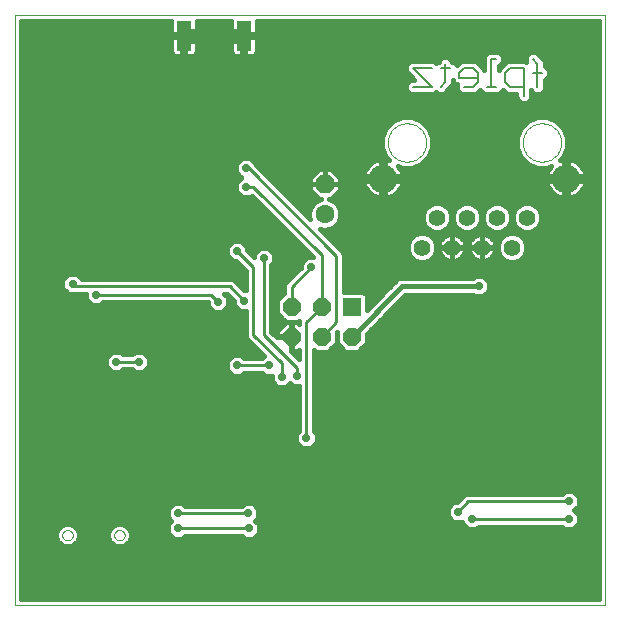
<source format=gbl>
G75*
G70*
%OFA0B0*%
%FSLAX24Y24*%
%IPPOS*%
%LPD*%
%AMOC8*
5,1,8,0,0,1.08239X$1,22.5*
%
%ADD10C,0.0000*%
%ADD11C,0.0080*%
%ADD12R,0.0600X0.0600*%
%ADD13OC8,0.0600*%
%ADD14R,0.0500X0.1000*%
%ADD15OC8,0.0630*%
%ADD16C,0.0630*%
%ADD17C,0.0554*%
%ADD18C,0.0945*%
%ADD19C,0.0160*%
%ADD20OC8,0.0356*%
%ADD21OC8,0.0277*%
%ADD22C,0.0500*%
%ADD23C,0.0100*%
D10*
X000877Y000978D02*
X000877Y020663D01*
X020562Y020663D01*
X020562Y000978D01*
X000877Y000978D01*
X002456Y003313D02*
X002458Y003339D01*
X002464Y003365D01*
X002474Y003390D01*
X002487Y003413D01*
X002503Y003433D01*
X002523Y003451D01*
X002545Y003466D01*
X002568Y003478D01*
X002594Y003486D01*
X002620Y003490D01*
X002646Y003490D01*
X002672Y003486D01*
X002698Y003478D01*
X002722Y003466D01*
X002743Y003451D01*
X002763Y003433D01*
X002779Y003413D01*
X002792Y003390D01*
X002802Y003365D01*
X002808Y003339D01*
X002810Y003313D01*
X002808Y003287D01*
X002802Y003261D01*
X002792Y003236D01*
X002779Y003213D01*
X002763Y003193D01*
X002743Y003175D01*
X002721Y003160D01*
X002698Y003148D01*
X002672Y003140D01*
X002646Y003136D01*
X002620Y003136D01*
X002594Y003140D01*
X002568Y003148D01*
X002544Y003160D01*
X002523Y003175D01*
X002503Y003193D01*
X002487Y003213D01*
X002474Y003236D01*
X002464Y003261D01*
X002458Y003287D01*
X002456Y003313D01*
X004188Y003313D02*
X004190Y003339D01*
X004196Y003365D01*
X004206Y003390D01*
X004219Y003413D01*
X004235Y003433D01*
X004255Y003451D01*
X004277Y003466D01*
X004300Y003478D01*
X004326Y003486D01*
X004352Y003490D01*
X004378Y003490D01*
X004404Y003486D01*
X004430Y003478D01*
X004454Y003466D01*
X004475Y003451D01*
X004495Y003433D01*
X004511Y003413D01*
X004524Y003390D01*
X004534Y003365D01*
X004540Y003339D01*
X004542Y003313D01*
X004540Y003287D01*
X004534Y003261D01*
X004524Y003236D01*
X004511Y003213D01*
X004495Y003193D01*
X004475Y003175D01*
X004453Y003160D01*
X004430Y003148D01*
X004404Y003140D01*
X004378Y003136D01*
X004352Y003136D01*
X004326Y003140D01*
X004300Y003148D01*
X004276Y003160D01*
X004255Y003175D01*
X004235Y003193D01*
X004219Y003213D01*
X004206Y003236D01*
X004196Y003261D01*
X004190Y003287D01*
X004188Y003313D01*
X013310Y016402D02*
X013312Y016452D01*
X013318Y016502D01*
X013328Y016551D01*
X013341Y016600D01*
X013359Y016647D01*
X013380Y016693D01*
X013404Y016736D01*
X013432Y016778D01*
X013463Y016818D01*
X013497Y016855D01*
X013534Y016889D01*
X013574Y016920D01*
X013616Y016948D01*
X013659Y016972D01*
X013705Y016993D01*
X013752Y017011D01*
X013801Y017024D01*
X013850Y017034D01*
X013900Y017040D01*
X013950Y017042D01*
X014000Y017040D01*
X014050Y017034D01*
X014099Y017024D01*
X014148Y017011D01*
X014195Y016993D01*
X014241Y016972D01*
X014284Y016948D01*
X014326Y016920D01*
X014366Y016889D01*
X014403Y016855D01*
X014437Y016818D01*
X014468Y016778D01*
X014496Y016736D01*
X014520Y016693D01*
X014541Y016647D01*
X014559Y016600D01*
X014572Y016551D01*
X014582Y016502D01*
X014588Y016452D01*
X014590Y016402D01*
X014588Y016352D01*
X014582Y016302D01*
X014572Y016253D01*
X014559Y016204D01*
X014541Y016157D01*
X014520Y016111D01*
X014496Y016068D01*
X014468Y016026D01*
X014437Y015986D01*
X014403Y015949D01*
X014366Y015915D01*
X014326Y015884D01*
X014284Y015856D01*
X014241Y015832D01*
X014195Y015811D01*
X014148Y015793D01*
X014099Y015780D01*
X014050Y015770D01*
X014000Y015764D01*
X013950Y015762D01*
X013900Y015764D01*
X013850Y015770D01*
X013801Y015780D01*
X013752Y015793D01*
X013705Y015811D01*
X013659Y015832D01*
X013616Y015856D01*
X013574Y015884D01*
X013534Y015915D01*
X013497Y015949D01*
X013463Y015986D01*
X013432Y016026D01*
X013404Y016068D01*
X013380Y016111D01*
X013359Y016157D01*
X013341Y016204D01*
X013328Y016253D01*
X013318Y016302D01*
X013312Y016352D01*
X013310Y016402D01*
X017810Y016402D02*
X017812Y016452D01*
X017818Y016502D01*
X017828Y016551D01*
X017841Y016600D01*
X017859Y016647D01*
X017880Y016693D01*
X017904Y016736D01*
X017932Y016778D01*
X017963Y016818D01*
X017997Y016855D01*
X018034Y016889D01*
X018074Y016920D01*
X018116Y016948D01*
X018159Y016972D01*
X018205Y016993D01*
X018252Y017011D01*
X018301Y017024D01*
X018350Y017034D01*
X018400Y017040D01*
X018450Y017042D01*
X018500Y017040D01*
X018550Y017034D01*
X018599Y017024D01*
X018648Y017011D01*
X018695Y016993D01*
X018741Y016972D01*
X018784Y016948D01*
X018826Y016920D01*
X018866Y016889D01*
X018903Y016855D01*
X018937Y016818D01*
X018968Y016778D01*
X018996Y016736D01*
X019020Y016693D01*
X019041Y016647D01*
X019059Y016600D01*
X019072Y016551D01*
X019082Y016502D01*
X019088Y016452D01*
X019090Y016402D01*
X019088Y016352D01*
X019082Y016302D01*
X019072Y016253D01*
X019059Y016204D01*
X019041Y016157D01*
X019020Y016111D01*
X018996Y016068D01*
X018968Y016026D01*
X018937Y015986D01*
X018903Y015949D01*
X018866Y015915D01*
X018826Y015884D01*
X018784Y015856D01*
X018741Y015832D01*
X018695Y015811D01*
X018648Y015793D01*
X018599Y015780D01*
X018550Y015770D01*
X018500Y015764D01*
X018450Y015762D01*
X018400Y015764D01*
X018350Y015770D01*
X018301Y015780D01*
X018252Y015793D01*
X018205Y015811D01*
X018159Y015832D01*
X018116Y015856D01*
X018074Y015884D01*
X018034Y015915D01*
X017997Y015949D01*
X017963Y015986D01*
X017932Y016026D01*
X017904Y016068D01*
X017880Y016111D01*
X017859Y016157D01*
X017841Y016204D01*
X017828Y016253D01*
X017818Y016302D01*
X017812Y016352D01*
X017810Y016402D01*
D11*
X017840Y017953D02*
X017840Y018874D01*
X017380Y018874D01*
X017226Y018720D01*
X017226Y018413D01*
X017380Y018260D01*
X017840Y018260D01*
X018300Y018260D02*
X018300Y019027D01*
X018147Y019181D01*
X018147Y018720D02*
X018454Y018720D01*
X016919Y018260D02*
X016612Y018260D01*
X016766Y018260D02*
X016766Y019181D01*
X016919Y019181D01*
X016305Y018720D02*
X016152Y018874D01*
X015845Y018874D01*
X015692Y018720D01*
X015692Y018567D01*
X016305Y018567D01*
X016305Y018720D02*
X016305Y018413D01*
X016152Y018260D01*
X015845Y018260D01*
X015231Y018413D02*
X015078Y018260D01*
X015231Y018413D02*
X015231Y019027D01*
X015078Y018874D02*
X015385Y018874D01*
X014771Y018874D02*
X014157Y018874D01*
X014771Y018260D01*
X014157Y018260D01*
D12*
X012105Y010929D03*
D13*
X011105Y010929D03*
X010105Y010929D03*
X010105Y009929D03*
X011105Y009929D03*
X012105Y009929D03*
D14*
X008510Y019963D03*
X006510Y019963D03*
D15*
X011212Y015011D03*
D16*
X011212Y014011D03*
D17*
X014450Y012902D03*
X015450Y012902D03*
X016450Y012902D03*
X017450Y012902D03*
X016950Y013902D03*
X017950Y013902D03*
X015950Y013902D03*
X014950Y013902D03*
D18*
X013151Y015202D03*
X019250Y015202D03*
D19*
X019327Y015247D02*
X020362Y015247D01*
X020362Y015405D02*
X019871Y015405D01*
X019869Y015412D02*
X019836Y015491D01*
X019793Y015565D01*
X019741Y015633D01*
X019681Y015693D01*
X019613Y015745D01*
X019539Y015788D01*
X019460Y015821D01*
X019377Y015843D01*
X019327Y015849D01*
X019327Y015279D01*
X019172Y015279D01*
X019172Y015124D01*
X018602Y015124D01*
X018608Y015074D01*
X018631Y014991D01*
X018663Y014912D01*
X018706Y014838D01*
X018758Y014771D01*
X013643Y014771D01*
X013695Y014838D01*
X013738Y014912D01*
X013770Y014991D01*
X013792Y015074D01*
X013799Y015124D01*
X013229Y015124D01*
X013229Y015279D01*
X013799Y015279D01*
X013792Y015329D01*
X013770Y015412D01*
X013738Y015491D01*
X013695Y015565D01*
X013656Y015615D01*
X013783Y015563D01*
X014118Y015563D01*
X014426Y015691D01*
X014662Y015927D01*
X014790Y016235D01*
X014790Y016569D01*
X014662Y016878D01*
X014426Y017114D01*
X014118Y017242D01*
X013783Y017242D01*
X013475Y017114D01*
X013239Y016878D01*
X013111Y016569D01*
X013111Y016235D01*
X013239Y015927D01*
X013338Y015827D01*
X013279Y015843D01*
X013229Y015849D01*
X013229Y015279D01*
X013074Y015279D01*
X013074Y015849D01*
X013024Y015843D01*
X012941Y015821D01*
X012862Y015788D01*
X012788Y015745D01*
X012720Y015693D01*
X012660Y015633D01*
X012608Y015565D01*
X012565Y015491D01*
X012532Y015412D01*
X012510Y015329D01*
X012503Y015279D01*
X013074Y015279D01*
X013074Y015124D01*
X013229Y015124D01*
X013229Y014554D01*
X013279Y014560D01*
X013361Y014583D01*
X013440Y014615D01*
X013514Y014658D01*
X013582Y014710D01*
X013643Y014771D01*
X013745Y014929D02*
X018656Y014929D01*
X018607Y015088D02*
X013794Y015088D01*
X013772Y015405D02*
X018629Y015405D01*
X018631Y015412D02*
X018608Y015329D01*
X018602Y015279D01*
X019172Y015279D01*
X019172Y015849D01*
X019122Y015843D01*
X019062Y015827D01*
X019162Y015927D01*
X019290Y016235D01*
X019290Y016569D01*
X019162Y016878D01*
X018926Y017114D01*
X018618Y017242D01*
X018283Y017242D01*
X017975Y017114D01*
X017739Y016878D01*
X017611Y016569D01*
X017611Y016235D01*
X017739Y015927D01*
X017975Y015691D01*
X018283Y015563D01*
X018618Y015563D01*
X018745Y015615D01*
X018706Y015565D01*
X018663Y015491D01*
X018631Y015412D01*
X018620Y015564D02*
X018705Y015564D01*
X018281Y015564D02*
X014120Y015564D01*
X014458Y015722D02*
X017943Y015722D01*
X017785Y015881D02*
X014616Y015881D01*
X014709Y016039D02*
X017692Y016039D01*
X017626Y016198D02*
X014775Y016198D01*
X014790Y016356D02*
X017611Y016356D01*
X017611Y016515D02*
X014790Y016515D01*
X014747Y016673D02*
X017654Y016673D01*
X017719Y016832D02*
X014681Y016832D01*
X014550Y016991D02*
X017851Y016991D01*
X018059Y017149D02*
X014342Y017149D01*
X013559Y017149D02*
X001077Y017149D01*
X001077Y016991D02*
X013351Y016991D01*
X013219Y016832D02*
X001077Y016832D01*
X001077Y016673D02*
X013154Y016673D01*
X013111Y016515D02*
X001077Y016515D01*
X001077Y016356D02*
X013111Y016356D01*
X013126Y016198D02*
X001077Y016198D01*
X001077Y016039D02*
X013192Y016039D01*
X013285Y015881D02*
X008736Y015881D01*
X008734Y015883D02*
X008453Y015883D01*
X008255Y015685D01*
X008255Y015404D01*
X008429Y015230D01*
X008255Y015055D01*
X008255Y014774D01*
X008453Y014576D01*
X008734Y014576D01*
X008774Y014616D01*
X010815Y012576D01*
X010618Y012576D01*
X010420Y012378D01*
X010420Y012252D01*
X009893Y011726D01*
X009855Y011634D01*
X009855Y011534D01*
X009855Y011386D01*
X009605Y011136D01*
X009605Y010722D01*
X009898Y010429D01*
X010312Y010429D01*
X010351Y010468D01*
X010351Y010362D01*
X010304Y010409D01*
X010125Y010409D01*
X010125Y009949D01*
X010085Y009949D01*
X010085Y009909D01*
X009625Y009909D01*
X009625Y009905D01*
X009434Y010097D01*
X009434Y012323D01*
X009523Y012412D01*
X009523Y012693D01*
X009324Y012891D01*
X009044Y012891D01*
X008845Y012693D01*
X008845Y012575D01*
X008617Y012803D01*
X008617Y012929D01*
X008419Y013127D01*
X008138Y013127D01*
X007940Y012929D01*
X007940Y012648D01*
X008138Y012450D01*
X008264Y012450D01*
X008580Y012134D01*
X008580Y011474D01*
X008529Y011474D01*
X008184Y011819D01*
X008092Y011858D01*
X007992Y011858D01*
X003114Y011858D01*
X002946Y012025D01*
X002666Y012025D01*
X002467Y011827D01*
X002467Y011546D01*
X002666Y011348D01*
X002946Y011348D01*
X002956Y011358D01*
X003255Y011358D01*
X003255Y011192D01*
X003453Y010993D01*
X003734Y010993D01*
X003822Y011082D01*
X007309Y011082D01*
X007310Y011081D01*
X007310Y010955D01*
X007508Y010757D01*
X007789Y010757D01*
X007987Y010955D01*
X007987Y011236D01*
X007866Y011358D01*
X007939Y011358D01*
X008176Y011120D01*
X008176Y010995D01*
X008374Y010796D01*
X008580Y010796D01*
X008580Y010043D01*
X008580Y009944D01*
X008618Y009852D01*
X009181Y009288D01*
X009112Y009220D01*
X008507Y009220D01*
X008419Y009308D01*
X008138Y009308D01*
X007940Y009110D01*
X007940Y008829D01*
X008138Y008631D01*
X008419Y008631D01*
X008507Y008720D01*
X009112Y008720D01*
X009201Y008631D01*
X009436Y008631D01*
X009436Y008436D01*
X009634Y008237D01*
X009915Y008237D01*
X010050Y008373D01*
X010146Y008277D01*
X010351Y008277D01*
X010351Y006797D01*
X010263Y006708D01*
X010263Y006428D01*
X010461Y006229D01*
X010742Y006229D01*
X010940Y006428D01*
X010940Y006708D01*
X010851Y006797D01*
X010851Y009476D01*
X010898Y009429D01*
X011312Y009429D01*
X011605Y009722D01*
X011605Y010076D01*
X011605Y009722D01*
X011898Y009429D01*
X012312Y009429D01*
X012605Y009722D01*
X012605Y010033D01*
X013900Y011328D01*
X016150Y011328D01*
X016209Y011269D01*
X016490Y011269D01*
X016688Y011467D01*
X016688Y011748D01*
X016490Y011946D01*
X016209Y011946D01*
X016150Y011888D01*
X013839Y011888D01*
X013728Y011888D01*
X013625Y011845D01*
X012605Y010825D01*
X012605Y011312D01*
X012488Y011429D01*
X011835Y011429D01*
X011835Y012581D01*
X011835Y012681D01*
X011797Y012773D01*
X011050Y013521D01*
X011109Y013496D01*
X011314Y013496D01*
X011503Y013574D01*
X011648Y013719D01*
X011727Y013908D01*
X011727Y014113D01*
X011648Y014303D01*
X011503Y014447D01*
X011338Y014516D01*
X011417Y014516D01*
X011707Y014806D01*
X011707Y015011D01*
X011707Y015216D01*
X011417Y015506D01*
X011212Y015506D01*
X011212Y015011D01*
X011707Y015011D01*
X011212Y015011D01*
X011212Y015011D01*
X011211Y015011D01*
X011211Y015011D01*
X010717Y015011D01*
X010717Y015216D01*
X011007Y015506D01*
X011211Y015506D01*
X011211Y015011D01*
X010717Y015011D01*
X010717Y014806D01*
X011007Y014516D01*
X011085Y014516D01*
X010920Y014447D01*
X010775Y014303D01*
X010697Y014113D01*
X010697Y013908D01*
X010721Y013849D01*
X008932Y015638D01*
X008932Y015685D01*
X008734Y015883D01*
X008895Y015722D02*
X012758Y015722D01*
X012607Y015564D02*
X009007Y015564D01*
X009165Y015405D02*
X010906Y015405D01*
X010747Y015247D02*
X009324Y015247D01*
X009482Y015088D02*
X010717Y015088D01*
X010717Y014929D02*
X009641Y014929D01*
X009799Y014771D02*
X010752Y014771D01*
X010910Y014612D02*
X009958Y014612D01*
X010116Y014454D02*
X010935Y014454D01*
X010772Y014295D02*
X010275Y014295D01*
X010433Y014137D02*
X010706Y014137D01*
X010697Y013978D02*
X010592Y013978D01*
X011068Y013503D02*
X011093Y013503D01*
X011226Y013344D02*
X014270Y013344D01*
X014356Y013380D02*
X014180Y013307D01*
X014046Y013173D01*
X013973Y012997D01*
X013973Y012807D01*
X014046Y012632D01*
X014180Y012498D01*
X014356Y012425D01*
X014545Y012425D01*
X014721Y012498D01*
X014855Y012632D01*
X014928Y012807D01*
X014928Y012997D01*
X014855Y013173D01*
X014721Y013307D01*
X014545Y013380D01*
X014356Y013380D01*
X014631Y013344D02*
X015330Y013344D01*
X015343Y013348D02*
X015275Y013326D01*
X015211Y013293D01*
X015153Y013251D01*
X015102Y013200D01*
X015059Y013142D01*
X015027Y013078D01*
X015005Y013009D01*
X014993Y012938D01*
X014993Y012911D01*
X015442Y012911D01*
X015442Y013360D01*
X015414Y013360D01*
X015343Y013348D01*
X015442Y013344D02*
X015459Y013344D01*
X015459Y013360D02*
X015486Y013360D01*
X015558Y013348D01*
X015626Y013326D01*
X015690Y013293D01*
X015748Y013251D01*
X015799Y013200D01*
X015841Y013142D01*
X015874Y013078D01*
X015896Y013009D01*
X015908Y012938D01*
X015908Y012911D01*
X015459Y012911D01*
X015459Y012894D01*
X015908Y012894D01*
X015908Y012866D01*
X015896Y012795D01*
X015874Y012727D01*
X015841Y012663D01*
X015799Y012605D01*
X015748Y012554D01*
X015690Y012511D01*
X015626Y012479D01*
X015558Y012457D01*
X015486Y012445D01*
X015459Y012445D01*
X015459Y012894D01*
X015442Y012894D01*
X014993Y012894D01*
X014993Y012866D01*
X015005Y012795D01*
X015027Y012727D01*
X015059Y012663D01*
X015102Y012605D01*
X015153Y012554D01*
X015211Y012511D01*
X015275Y012479D01*
X015343Y012457D01*
X015414Y012445D01*
X015442Y012445D01*
X015442Y012894D01*
X015442Y012911D01*
X015459Y012911D01*
X015459Y013360D01*
X015571Y013344D02*
X016330Y013344D01*
X016343Y013348D02*
X016275Y013326D01*
X016211Y013293D01*
X016153Y013251D01*
X016102Y013200D01*
X016059Y013142D01*
X016027Y013078D01*
X016005Y013009D01*
X015993Y012938D01*
X015993Y012911D01*
X016442Y012911D01*
X016442Y013360D01*
X016414Y013360D01*
X016343Y013348D01*
X016442Y013344D02*
X016459Y013344D01*
X016459Y013360D02*
X016486Y013360D01*
X016558Y013348D01*
X016626Y013326D01*
X016690Y013293D01*
X016748Y013251D01*
X016799Y013200D01*
X016841Y013142D01*
X016874Y013078D01*
X016896Y013009D01*
X016908Y012938D01*
X016908Y012911D01*
X016459Y012911D01*
X016459Y012894D01*
X016908Y012894D01*
X016908Y012866D01*
X016896Y012795D01*
X016874Y012727D01*
X016841Y012663D01*
X016799Y012605D01*
X016748Y012554D01*
X016690Y012511D01*
X016626Y012479D01*
X016558Y012457D01*
X016486Y012445D01*
X016459Y012445D01*
X016459Y012894D01*
X016442Y012894D01*
X015993Y012894D01*
X015993Y012866D01*
X016005Y012795D01*
X016027Y012727D01*
X016059Y012663D01*
X016102Y012605D01*
X016153Y012554D01*
X016211Y012511D01*
X016275Y012479D01*
X016343Y012457D01*
X016414Y012445D01*
X016442Y012445D01*
X016442Y012894D01*
X016442Y012911D01*
X016459Y012911D01*
X016459Y013360D01*
X016571Y013344D02*
X017270Y013344D01*
X017356Y013380D02*
X017180Y013307D01*
X017046Y013173D01*
X016973Y012997D01*
X016973Y012807D01*
X017046Y012632D01*
X017180Y012498D01*
X017356Y012425D01*
X017545Y012425D01*
X017721Y012498D01*
X017855Y012632D01*
X017928Y012807D01*
X017928Y012997D01*
X017855Y013173D01*
X017721Y013307D01*
X017545Y013380D01*
X017356Y013380D01*
X017225Y013503D02*
X017676Y013503D01*
X017680Y013498D02*
X017856Y013425D01*
X018045Y013425D01*
X018221Y013498D01*
X018355Y013632D01*
X018428Y013807D01*
X018428Y013997D01*
X018355Y014173D01*
X018221Y014307D01*
X018045Y014380D01*
X017856Y014380D01*
X017680Y014307D01*
X017546Y014173D01*
X017473Y013997D01*
X017473Y013807D01*
X017546Y013632D01*
X017680Y013498D01*
X017631Y013344D02*
X020362Y013344D01*
X020362Y013185D02*
X017842Y013185D01*
X017915Y013027D02*
X020362Y013027D01*
X020362Y012868D02*
X017928Y012868D01*
X017887Y012710D02*
X020362Y012710D01*
X020362Y012551D02*
X017774Y012551D01*
X017127Y012551D02*
X016745Y012551D01*
X016865Y012710D02*
X017014Y012710D01*
X016973Y012868D02*
X016908Y012868D01*
X016891Y013027D02*
X016986Y013027D01*
X017059Y013185D02*
X016810Y013185D01*
X016856Y013425D02*
X016680Y013498D01*
X016546Y013632D01*
X016473Y013807D01*
X016473Y013997D01*
X016546Y014173D01*
X016680Y014307D01*
X016856Y014380D01*
X017045Y014380D01*
X017221Y014307D01*
X017355Y014173D01*
X017428Y013997D01*
X017428Y013807D01*
X017355Y013632D01*
X017221Y013498D01*
X017045Y013425D01*
X016856Y013425D01*
X016676Y013503D02*
X016225Y013503D01*
X016221Y013498D02*
X016355Y013632D01*
X016428Y013807D01*
X016428Y013997D01*
X016355Y014173D01*
X016221Y014307D01*
X016045Y014380D01*
X015856Y014380D01*
X015680Y014307D01*
X015546Y014173D01*
X015473Y013997D01*
X015473Y013807D01*
X015546Y013632D01*
X015680Y013498D01*
X015856Y013425D01*
X016045Y013425D01*
X016221Y013498D01*
X016367Y013661D02*
X016534Y013661D01*
X016473Y013820D02*
X016428Y013820D01*
X016428Y013978D02*
X016473Y013978D01*
X016531Y014137D02*
X016370Y014137D01*
X016232Y014295D02*
X016669Y014295D01*
X017232Y014295D02*
X017669Y014295D01*
X017531Y014137D02*
X017370Y014137D01*
X017428Y013978D02*
X017473Y013978D01*
X017473Y013820D02*
X017428Y013820D01*
X017367Y013661D02*
X017534Y013661D01*
X018225Y013503D02*
X020362Y013503D01*
X020362Y013661D02*
X018367Y013661D01*
X018428Y013820D02*
X020362Y013820D01*
X020362Y013978D02*
X018428Y013978D01*
X018370Y014137D02*
X020362Y014137D01*
X020362Y014295D02*
X018232Y014295D01*
X018758Y014771D02*
X018819Y014710D01*
X018886Y014658D01*
X018960Y014615D01*
X019039Y014583D01*
X019122Y014560D01*
X019172Y014554D01*
X019172Y015124D01*
X019327Y015124D01*
X019327Y014554D01*
X019377Y014560D01*
X019460Y014583D01*
X019539Y014615D01*
X019613Y014658D01*
X019681Y014710D01*
X019741Y014771D01*
X020362Y014771D01*
X020362Y014929D02*
X019843Y014929D01*
X019836Y014912D02*
X019869Y014991D01*
X019891Y015074D01*
X019897Y015124D01*
X019327Y015124D01*
X019327Y015279D01*
X019897Y015279D01*
X019891Y015329D01*
X019869Y015412D01*
X019794Y015564D02*
X020362Y015564D01*
X020362Y015722D02*
X019643Y015722D01*
X019327Y015722D02*
X019172Y015722D01*
X019172Y015564D02*
X019327Y015564D01*
X019327Y015405D02*
X019172Y015405D01*
X019172Y015247D02*
X013229Y015247D01*
X013074Y015247D02*
X011676Y015247D01*
X011707Y015088D02*
X012508Y015088D01*
X012510Y015074D02*
X012532Y014991D01*
X012565Y014912D01*
X012608Y014838D01*
X012660Y014771D01*
X012720Y014710D01*
X012788Y014658D01*
X012862Y014615D01*
X012941Y014583D01*
X013024Y014560D01*
X013074Y014554D01*
X013074Y015124D01*
X012503Y015124D01*
X012510Y015074D01*
X012558Y014929D02*
X011707Y014929D01*
X011672Y014771D02*
X012659Y014771D01*
X012869Y014612D02*
X011513Y014612D01*
X011488Y014454D02*
X020362Y014454D01*
X020362Y014612D02*
X019532Y014612D01*
X019327Y014612D02*
X019172Y014612D01*
X019172Y014771D02*
X019327Y014771D01*
X019327Y014929D02*
X019172Y014929D01*
X019172Y015088D02*
X019327Y015088D01*
X019741Y014771D02*
X019793Y014838D01*
X019836Y014912D01*
X019893Y015088D02*
X020362Y015088D01*
X020362Y015881D02*
X019116Y015881D01*
X019209Y016039D02*
X020362Y016039D01*
X020362Y016198D02*
X019275Y016198D01*
X019290Y016356D02*
X020362Y016356D01*
X020362Y016515D02*
X019290Y016515D01*
X019247Y016673D02*
X020362Y016673D01*
X020362Y016832D02*
X019181Y016832D01*
X019050Y016991D02*
X020362Y016991D01*
X020362Y017149D02*
X018842Y017149D01*
X018043Y017817D02*
X018080Y017905D01*
X018080Y018165D01*
X018097Y018124D01*
X018164Y018056D01*
X018253Y018020D01*
X018348Y018020D01*
X018436Y018056D01*
X018504Y018124D01*
X018540Y018212D01*
X018540Y018496D01*
X018590Y018517D01*
X018657Y018584D01*
X018694Y018672D01*
X018694Y018768D01*
X018657Y018856D01*
X018590Y018924D01*
X018540Y018944D01*
X018540Y018979D01*
X018540Y019075D01*
X018504Y019163D01*
X018283Y019384D01*
X018195Y019420D01*
X018099Y019420D01*
X018011Y019384D01*
X017943Y019316D01*
X017907Y019228D01*
X017907Y019133D01*
X017921Y019100D01*
X017888Y019114D01*
X017427Y019114D01*
X017332Y019114D01*
X017244Y019077D01*
X017090Y018924D01*
X017023Y018856D01*
X017006Y018815D01*
X017006Y018957D01*
X017055Y018977D01*
X017123Y019045D01*
X017159Y019133D01*
X017159Y019228D01*
X017123Y019316D01*
X017055Y019384D01*
X016967Y019420D01*
X016814Y019420D01*
X016718Y019420D01*
X016630Y019384D01*
X016562Y019316D01*
X016526Y019228D01*
X016526Y018815D01*
X016509Y018856D01*
X016355Y019009D01*
X016355Y019010D01*
X016288Y019077D01*
X016285Y019078D01*
X016200Y019114D01*
X016200Y019114D01*
X015893Y019114D01*
X015797Y019114D01*
X015709Y019077D01*
X015604Y018972D01*
X015588Y019010D01*
X015521Y019077D01*
X015460Y019102D01*
X015435Y019163D01*
X015367Y019230D01*
X015279Y019267D01*
X015183Y019267D01*
X015095Y019230D01*
X015028Y019163D01*
X015003Y019102D01*
X014942Y019077D01*
X014924Y019059D01*
X014907Y019077D01*
X014819Y019114D01*
X014205Y019114D01*
X014109Y019114D01*
X014021Y019077D01*
X013954Y019010D01*
X013917Y018921D01*
X013917Y018826D01*
X013954Y018738D01*
X014191Y018500D01*
X014109Y018500D01*
X014021Y018463D01*
X013954Y018396D01*
X013917Y018307D01*
X013917Y018212D01*
X013954Y018124D01*
X014021Y018056D01*
X014109Y018020D01*
X014819Y018020D01*
X014907Y018056D01*
X014924Y018074D01*
X014942Y018056D01*
X015030Y018020D01*
X015125Y018020D01*
X015214Y018056D01*
X015367Y018210D01*
X015367Y018210D01*
X015431Y018274D01*
X015435Y018277D01*
X015471Y018365D01*
X015471Y018461D01*
X015471Y018472D01*
X015488Y018431D01*
X015556Y018363D01*
X015618Y018338D01*
X015605Y018307D01*
X015605Y018212D01*
X015642Y018124D01*
X015709Y018056D01*
X015797Y018020D01*
X016104Y018020D01*
X016200Y018020D01*
X016288Y018056D01*
X016393Y018162D01*
X016409Y018124D01*
X016476Y018056D01*
X016565Y018020D01*
X016967Y018020D01*
X017055Y018056D01*
X017123Y018124D01*
X017138Y018162D01*
X017240Y018060D01*
X017244Y018056D01*
X017330Y018021D01*
X017332Y018020D01*
X017600Y018020D01*
X017600Y017905D01*
X017636Y017817D01*
X017704Y017749D01*
X017792Y017713D01*
X017888Y017713D01*
X017976Y017749D01*
X018043Y017817D01*
X018010Y017783D02*
X020362Y017783D01*
X020362Y017625D02*
X001077Y017625D01*
X001077Y017783D02*
X017670Y017783D01*
X017600Y017942D02*
X001077Y017942D01*
X001077Y018100D02*
X013977Y018100D01*
X013917Y018259D02*
X001077Y018259D01*
X001077Y018417D02*
X013975Y018417D01*
X014115Y018576D02*
X001077Y018576D01*
X001077Y018734D02*
X013957Y018734D01*
X013917Y018893D02*
X001077Y018893D01*
X001077Y019052D02*
X013996Y019052D01*
X015075Y019210D02*
X001077Y019210D01*
X001077Y019369D02*
X006107Y019369D01*
X006116Y019353D02*
X006150Y019319D01*
X006191Y019296D01*
X006237Y019283D01*
X006465Y019283D01*
X006465Y019918D01*
X006080Y019918D01*
X006080Y019440D01*
X006093Y019394D01*
X006116Y019353D01*
X006080Y019527D02*
X001077Y019527D01*
X001077Y019686D02*
X006080Y019686D01*
X005956Y019718D02*
X005956Y019963D01*
X006510Y019963D01*
X006501Y019954D01*
X006465Y019918D02*
X006555Y019918D01*
X006555Y019283D01*
X006784Y019283D01*
X006830Y019296D01*
X006871Y019319D01*
X006904Y019353D01*
X006928Y019394D01*
X006940Y019440D01*
X006940Y019918D01*
X006556Y019918D01*
X006556Y020008D01*
X006940Y020008D01*
X006940Y020463D01*
X008080Y020463D01*
X008080Y020008D01*
X008465Y020008D01*
X008465Y019918D01*
X008080Y019918D01*
X008080Y019440D01*
X008093Y019394D01*
X008116Y019353D01*
X008150Y019319D01*
X008191Y019296D01*
X008237Y019283D01*
X008465Y019283D01*
X008465Y019918D01*
X008555Y019918D01*
X008555Y019283D01*
X008784Y019283D01*
X008830Y019296D01*
X008871Y019319D01*
X008904Y019353D01*
X008928Y019394D01*
X008940Y019440D01*
X008940Y019918D01*
X008556Y019918D01*
X008556Y020008D01*
X008940Y020008D01*
X008940Y020463D01*
X020362Y020463D01*
X020362Y001178D01*
X001077Y001178D01*
X001077Y020463D01*
X006080Y020463D01*
X006080Y020008D01*
X006465Y020008D01*
X006465Y019918D01*
X006465Y019844D02*
X006555Y019844D01*
X006555Y019686D02*
X006465Y019686D01*
X006465Y019527D02*
X006555Y019527D01*
X006555Y019369D02*
X006465Y019369D01*
X006914Y019369D02*
X008107Y019369D01*
X008080Y019527D02*
X006940Y019527D01*
X006940Y019686D02*
X008080Y019686D01*
X008080Y019844D02*
X006940Y019844D01*
X006940Y020161D02*
X008080Y020161D01*
X008080Y020320D02*
X006940Y020320D01*
X006556Y020003D02*
X008465Y020003D01*
X008510Y019963D02*
X008520Y019954D01*
X009263Y019954D01*
X009578Y019639D01*
X009578Y018694D01*
X008914Y019369D02*
X016615Y019369D01*
X016526Y019210D02*
X015388Y019210D01*
X015546Y019052D02*
X015684Y019052D01*
X016313Y019052D02*
X016526Y019052D01*
X016526Y018893D02*
X016472Y018893D01*
X017006Y018893D02*
X017060Y018893D01*
X017126Y019052D02*
X017218Y019052D01*
X017159Y019210D02*
X017907Y019210D01*
X017996Y019369D02*
X017070Y019369D01*
X018298Y019369D02*
X020362Y019369D01*
X020362Y019527D02*
X008940Y019527D01*
X008940Y019686D02*
X020362Y019686D01*
X020362Y019844D02*
X008940Y019844D01*
X008940Y020161D02*
X020362Y020161D01*
X020362Y020003D02*
X008556Y020003D01*
X008555Y019844D02*
X008465Y019844D01*
X008465Y019686D02*
X008555Y019686D01*
X008555Y019527D02*
X008465Y019527D01*
X008465Y019369D02*
X008555Y019369D01*
X008940Y020320D02*
X020362Y020320D01*
X020362Y019210D02*
X018457Y019210D01*
X018540Y019052D02*
X020362Y019052D01*
X020362Y018893D02*
X018620Y018893D01*
X018694Y018734D02*
X020362Y018734D01*
X020362Y018576D02*
X018649Y018576D01*
X018540Y018417D02*
X020362Y018417D01*
X020362Y018259D02*
X018540Y018259D01*
X018480Y018100D02*
X020362Y018100D01*
X020362Y017942D02*
X018080Y017942D01*
X018080Y018100D02*
X018120Y018100D01*
X017244Y018056D02*
X017244Y018056D01*
X017200Y018100D02*
X017099Y018100D01*
X016432Y018100D02*
X016332Y018100D01*
X015665Y018100D02*
X015258Y018100D01*
X015416Y018259D02*
X015605Y018259D01*
X015501Y018417D02*
X015471Y018417D01*
X013229Y015722D02*
X013074Y015722D01*
X013074Y015564D02*
X013229Y015564D01*
X013229Y015405D02*
X013074Y015405D01*
X013074Y015088D02*
X013229Y015088D01*
X013229Y014929D02*
X013074Y014929D01*
X013074Y014771D02*
X013229Y014771D01*
X013229Y014612D02*
X013074Y014612D01*
X013433Y014612D02*
X018967Y014612D01*
X020362Y012393D02*
X011835Y012393D01*
X011835Y012551D02*
X014127Y012551D01*
X014014Y012710D02*
X011824Y012710D01*
X011702Y012868D02*
X013973Y012868D01*
X013986Y013027D02*
X011543Y013027D01*
X011385Y013185D02*
X014059Y013185D01*
X014546Y013632D02*
X014473Y013807D01*
X014473Y013997D01*
X014546Y014173D01*
X014680Y014307D01*
X014856Y014380D01*
X015045Y014380D01*
X015221Y014307D01*
X015355Y014173D01*
X015428Y013997D01*
X015428Y013807D01*
X015355Y013632D01*
X015221Y013498D01*
X015045Y013425D01*
X014856Y013425D01*
X014680Y013498D01*
X014546Y013632D01*
X014534Y013661D02*
X011590Y013661D01*
X011690Y013820D02*
X014473Y013820D01*
X014473Y013978D02*
X011727Y013978D01*
X011717Y014137D02*
X014531Y014137D01*
X014669Y014295D02*
X011651Y014295D01*
X011211Y015088D02*
X011212Y015088D01*
X011211Y015247D02*
X011212Y015247D01*
X011211Y015405D02*
X011212Y015405D01*
X011517Y015405D02*
X012530Y015405D01*
X013696Y015564D02*
X013781Y015564D01*
X015232Y014295D02*
X015669Y014295D01*
X015531Y014137D02*
X015370Y014137D01*
X015428Y013978D02*
X015473Y013978D01*
X015473Y013820D02*
X015428Y013820D01*
X015367Y013661D02*
X015534Y013661D01*
X015676Y013503D02*
X015225Y013503D01*
X015091Y013185D02*
X014842Y013185D01*
X014915Y013027D02*
X015010Y013027D01*
X014993Y012868D02*
X014928Y012868D01*
X014887Y012710D02*
X015035Y012710D01*
X015156Y012551D02*
X014774Y012551D01*
X015442Y012551D02*
X015459Y012551D01*
X015442Y012710D02*
X015459Y012710D01*
X015442Y012868D02*
X015459Y012868D01*
X015442Y013027D02*
X015459Y013027D01*
X015442Y013185D02*
X015459Y013185D01*
X015810Y013185D02*
X016091Y013185D01*
X016010Y013027D02*
X015891Y013027D01*
X015908Y012868D02*
X015993Y012868D01*
X016035Y012710D02*
X015865Y012710D01*
X015745Y012551D02*
X016156Y012551D01*
X016442Y012551D02*
X016459Y012551D01*
X016442Y012710D02*
X016459Y012710D01*
X016442Y012868D02*
X016459Y012868D01*
X016442Y013027D02*
X016459Y013027D01*
X016442Y013185D02*
X016459Y013185D01*
X016519Y011917D02*
X020362Y011917D01*
X020362Y011759D02*
X016677Y011759D01*
X016688Y011600D02*
X020362Y011600D01*
X020362Y011441D02*
X016662Y011441D01*
X016504Y011283D02*
X020362Y011283D01*
X020362Y011124D02*
X013697Y011124D01*
X013855Y011283D02*
X016195Y011283D01*
X016349Y011608D02*
X013784Y011608D01*
X012105Y009929D01*
X012422Y009539D02*
X020362Y009539D01*
X020362Y009698D02*
X012581Y009698D01*
X012605Y009856D02*
X020362Y009856D01*
X020362Y010015D02*
X012605Y010015D01*
X012745Y010173D02*
X020362Y010173D01*
X020362Y010332D02*
X012904Y010332D01*
X013062Y010490D02*
X020362Y010490D01*
X020362Y010649D02*
X013221Y010649D01*
X013379Y010807D02*
X020362Y010807D01*
X020362Y010966D02*
X013538Y010966D01*
X013063Y011283D02*
X012605Y011283D01*
X012605Y011124D02*
X012905Y011124D01*
X012746Y010966D02*
X012605Y010966D01*
X013222Y011441D02*
X011835Y011441D01*
X011835Y011600D02*
X013380Y011600D01*
X013539Y011759D02*
X011835Y011759D01*
X011835Y011917D02*
X016180Y011917D01*
X014676Y013503D02*
X011330Y013503D01*
X010681Y012710D02*
X009506Y012710D01*
X009523Y012551D02*
X010594Y012551D01*
X010435Y012393D02*
X009503Y012393D01*
X009434Y012234D02*
X010402Y012234D01*
X010243Y012076D02*
X009434Y012076D01*
X009434Y011917D02*
X010085Y011917D01*
X009926Y011759D02*
X009434Y011759D01*
X009434Y011600D02*
X009855Y011600D01*
X009855Y011441D02*
X009434Y011441D01*
X009434Y011283D02*
X009752Y011283D01*
X009605Y011124D02*
X009434Y011124D01*
X009434Y010966D02*
X009605Y010966D01*
X009605Y010807D02*
X009434Y010807D01*
X009434Y010649D02*
X009679Y010649D01*
X009837Y010490D02*
X009434Y010490D01*
X009434Y010332D02*
X009829Y010332D01*
X009907Y010409D02*
X009625Y010128D01*
X009625Y009949D01*
X010085Y009949D01*
X010085Y010409D01*
X009907Y010409D01*
X010085Y010332D02*
X010125Y010332D01*
X010125Y010173D02*
X010085Y010173D01*
X010085Y010015D02*
X010125Y010015D01*
X010125Y009909D02*
X010085Y009909D01*
X010085Y009449D01*
X010082Y009449D01*
X010351Y009179D01*
X010351Y009496D01*
X010304Y009449D01*
X010125Y009449D01*
X010125Y009909D01*
X010125Y009856D02*
X010085Y009856D01*
X010085Y009698D02*
X010125Y009698D01*
X010125Y009539D02*
X010085Y009539D01*
X010150Y009380D02*
X010351Y009380D01*
X010351Y009222D02*
X010309Y009222D01*
X010851Y009222D02*
X020362Y009222D01*
X020362Y009380D02*
X010851Y009380D01*
X010851Y009063D02*
X020362Y009063D01*
X020362Y008905D02*
X010851Y008905D01*
X010851Y008746D02*
X020362Y008746D01*
X020362Y008588D02*
X010851Y008588D01*
X010851Y008429D02*
X020362Y008429D01*
X020362Y008271D02*
X010851Y008271D01*
X010851Y008112D02*
X020362Y008112D01*
X020362Y007954D02*
X010851Y007954D01*
X010851Y007795D02*
X020362Y007795D01*
X020362Y007636D02*
X010851Y007636D01*
X010851Y007478D02*
X020362Y007478D01*
X020362Y007319D02*
X010851Y007319D01*
X010851Y007161D02*
X020362Y007161D01*
X020362Y007002D02*
X010851Y007002D01*
X010851Y006844D02*
X020362Y006844D01*
X020362Y006685D02*
X010940Y006685D01*
X010940Y006527D02*
X020362Y006527D01*
X020362Y006368D02*
X010880Y006368D01*
X010351Y006844D02*
X001077Y006844D01*
X001077Y007002D02*
X010351Y007002D01*
X010351Y007161D02*
X001077Y007161D01*
X001077Y007319D02*
X010351Y007319D01*
X010351Y007478D02*
X001077Y007478D01*
X001077Y007636D02*
X010351Y007636D01*
X010351Y007795D02*
X001077Y007795D01*
X001077Y007954D02*
X010351Y007954D01*
X010351Y008112D02*
X001077Y008112D01*
X001077Y008271D02*
X009601Y008271D01*
X009442Y008429D02*
X001077Y008429D01*
X001077Y008588D02*
X009436Y008588D01*
X009948Y008271D02*
X010351Y008271D01*
X009115Y009222D02*
X008505Y009222D01*
X008052Y009222D02*
X005349Y009222D01*
X005349Y009228D02*
X005151Y009427D01*
X004870Y009427D01*
X004782Y009338D01*
X004492Y009338D01*
X004403Y009427D01*
X004122Y009427D01*
X003924Y009228D01*
X003924Y008948D01*
X004122Y008749D01*
X004403Y008749D01*
X004492Y008838D01*
X004782Y008838D01*
X004870Y008749D01*
X005151Y008749D01*
X005349Y008948D01*
X005349Y009228D01*
X005349Y009063D02*
X007940Y009063D01*
X007940Y008905D02*
X005307Y008905D01*
X005197Y009380D02*
X009089Y009380D01*
X008930Y009539D02*
X001077Y009539D01*
X001077Y009698D02*
X008772Y009698D01*
X008616Y009856D02*
X001077Y009856D01*
X001077Y010015D02*
X008580Y010015D01*
X008580Y010173D02*
X001077Y010173D01*
X001077Y010332D02*
X008580Y010332D01*
X008580Y010490D02*
X001077Y010490D01*
X001077Y010649D02*
X008580Y010649D01*
X008363Y010807D02*
X007839Y010807D01*
X007987Y010966D02*
X008205Y010966D01*
X008172Y011124D02*
X007987Y011124D01*
X008013Y011283D02*
X007940Y011283D01*
X008403Y011600D02*
X008580Y011600D01*
X008580Y011759D02*
X008245Y011759D01*
X008160Y012041D02*
X008160Y012277D01*
X008321Y012393D02*
X001077Y012393D01*
X001077Y012551D02*
X008037Y012551D01*
X007940Y012710D02*
X001077Y012710D01*
X001077Y012868D02*
X007940Y012868D01*
X008038Y013027D02*
X001077Y013027D01*
X001077Y013185D02*
X010205Y013185D01*
X010364Y013027D02*
X008519Y013027D01*
X008617Y012868D02*
X009021Y012868D01*
X008862Y012710D02*
X008711Y012710D01*
X008479Y012234D02*
X001077Y012234D01*
X001077Y012076D02*
X008580Y012076D01*
X008580Y011917D02*
X003054Y011917D01*
X002558Y011917D02*
X001077Y011917D01*
X001077Y011759D02*
X002467Y011759D01*
X002467Y011600D02*
X001077Y011600D01*
X001077Y011441D02*
X002572Y011441D01*
X003255Y011283D02*
X001077Y011283D01*
X001077Y011124D02*
X003322Y011124D01*
X003869Y009324D02*
X003869Y008891D01*
X004656Y008104D01*
X003967Y008905D02*
X001077Y008905D01*
X001077Y009063D02*
X003924Y009063D01*
X003924Y009222D02*
X001077Y009222D01*
X001077Y009380D02*
X004076Y009380D01*
X004449Y009380D02*
X004824Y009380D01*
X007310Y010966D02*
X001077Y010966D01*
X001077Y010807D02*
X007458Y010807D01*
X009434Y010173D02*
X009671Y010173D01*
X009625Y010015D02*
X009516Y010015D01*
X008023Y008746D02*
X001077Y008746D01*
X001077Y006685D02*
X010263Y006685D01*
X010263Y006527D02*
X001077Y006527D01*
X001077Y006368D02*
X010322Y006368D01*
X010365Y005387D02*
X010365Y004993D01*
X009001Y004179D02*
X009001Y003898D01*
X008895Y003793D01*
X009011Y003677D01*
X009011Y003396D01*
X008812Y003198D01*
X008532Y003198D01*
X008443Y003287D01*
X006539Y003287D01*
X006450Y003198D01*
X006170Y003198D01*
X005971Y003396D01*
X005971Y003677D01*
X006087Y003793D01*
X005971Y003908D01*
X005971Y004189D01*
X006170Y004387D01*
X006450Y004387D01*
X006539Y004298D01*
X008443Y004298D01*
X008522Y004377D01*
X008803Y004377D01*
X009001Y004179D01*
X009001Y004149D02*
X015302Y004149D01*
X015302Y004228D02*
X015302Y003948D01*
X015500Y003749D01*
X015774Y003749D01*
X015774Y003711D01*
X015973Y003513D01*
X016253Y003513D01*
X016342Y003602D01*
X019112Y003602D01*
X019201Y003513D01*
X019482Y003513D01*
X019680Y003711D01*
X019680Y003992D01*
X019525Y004147D01*
X019680Y004302D01*
X019680Y004582D01*
X019482Y004781D01*
X019201Y004781D01*
X019112Y004692D01*
X015945Y004692D01*
X015853Y004654D01*
X015783Y004584D01*
X015626Y004427D01*
X015500Y004427D01*
X015302Y004228D01*
X015381Y004307D02*
X008873Y004307D01*
X009001Y003990D02*
X015302Y003990D01*
X015418Y003831D02*
X008934Y003831D01*
X009011Y003673D02*
X015813Y003673D01*
X015971Y003514D02*
X009011Y003514D01*
X008970Y003356D02*
X020362Y003356D01*
X020362Y003514D02*
X019483Y003514D01*
X019642Y003673D02*
X020362Y003673D01*
X020362Y003831D02*
X019680Y003831D01*
X019680Y003990D02*
X020362Y003990D01*
X020362Y004149D02*
X019527Y004149D01*
X019680Y004307D02*
X020362Y004307D01*
X020362Y004466D02*
X019680Y004466D01*
X019638Y004624D02*
X020362Y004624D01*
X020362Y004783D02*
X001077Y004783D01*
X001077Y004941D02*
X020362Y004941D01*
X020362Y005100D02*
X001077Y005100D01*
X001077Y005258D02*
X020362Y005258D01*
X020362Y005417D02*
X001077Y005417D01*
X001077Y005575D02*
X020362Y005575D01*
X020362Y005734D02*
X001077Y005734D01*
X001077Y005892D02*
X020362Y005892D01*
X020362Y006051D02*
X001077Y006051D01*
X001077Y006210D02*
X020362Y006210D01*
X019200Y003514D02*
X016255Y003514D01*
X015665Y004466D02*
X001077Y004466D01*
X001077Y004624D02*
X015823Y004624D01*
X013082Y005545D02*
X013082Y005938D01*
X012294Y004560D02*
X012294Y004167D01*
X011467Y006489D02*
X011467Y006923D01*
X011422Y009539D02*
X011789Y009539D01*
X011630Y009698D02*
X011581Y009698D01*
X011605Y009856D02*
X011605Y009856D01*
X011605Y010015D02*
X011605Y010015D01*
X011605Y010076D02*
X011605Y010076D01*
X011835Y012076D02*
X020362Y012076D01*
X020362Y012234D02*
X011835Y012234D01*
X010522Y012868D02*
X009347Y012868D01*
X009888Y013503D02*
X001077Y013503D01*
X001077Y013661D02*
X009730Y013661D01*
X009571Y013820D02*
X001077Y013820D01*
X001077Y013978D02*
X009413Y013978D01*
X009254Y014137D02*
X001077Y014137D01*
X001077Y014295D02*
X009095Y014295D01*
X008937Y014454D02*
X001077Y014454D01*
X001077Y014612D02*
X008417Y014612D01*
X008258Y014771D02*
X001077Y014771D01*
X001077Y014929D02*
X008255Y014929D01*
X008288Y015088D02*
X001077Y015088D01*
X001077Y015247D02*
X008412Y015247D01*
X008255Y015405D02*
X001077Y015405D01*
X001077Y015564D02*
X008255Y015564D01*
X008292Y015722D02*
X001077Y015722D01*
X001077Y015881D02*
X008451Y015881D01*
X008770Y014612D02*
X008778Y014612D01*
X010047Y013344D02*
X001077Y013344D01*
X001077Y017308D02*
X020362Y017308D01*
X020362Y017466D02*
X001077Y017466D01*
X001077Y019844D02*
X006080Y019844D01*
X006080Y020161D02*
X001077Y020161D01*
X001077Y020003D02*
X006465Y020003D01*
X006080Y020320D02*
X001077Y020320D01*
X007845Y005584D02*
X007845Y004442D01*
X008452Y004307D02*
X006530Y004307D01*
X006089Y004307D02*
X001077Y004307D01*
X001077Y004149D02*
X005971Y004149D01*
X005971Y003990D02*
X001077Y003990D01*
X001077Y003831D02*
X006048Y003831D01*
X005971Y003673D02*
X004481Y003673D01*
X004440Y003690D02*
X004578Y003632D01*
X004685Y003526D01*
X004742Y003388D01*
X004742Y003238D01*
X004685Y003099D01*
X004578Y002993D01*
X004440Y002936D01*
X004290Y002936D01*
X004151Y002993D01*
X004045Y003099D01*
X003988Y003238D01*
X003988Y003388D01*
X004045Y003526D01*
X004151Y003632D01*
X004290Y003690D01*
X004440Y003690D01*
X004249Y003673D02*
X002748Y003673D01*
X002708Y003690D02*
X002846Y003632D01*
X002952Y003526D01*
X003010Y003388D01*
X003010Y003238D01*
X002952Y003099D01*
X002846Y002993D01*
X002708Y002936D01*
X002558Y002936D01*
X002419Y002993D01*
X002313Y003099D01*
X002255Y003238D01*
X002255Y003388D01*
X002313Y003526D01*
X002419Y003632D01*
X002558Y003690D01*
X002708Y003690D01*
X002517Y003673D02*
X001077Y003673D01*
X001077Y003514D02*
X002308Y003514D01*
X002255Y003356D02*
X001077Y003356D01*
X001077Y003197D02*
X002272Y003197D01*
X002373Y003039D02*
X001077Y003039D01*
X001077Y002880D02*
X020362Y002880D01*
X020362Y002722D02*
X001077Y002722D01*
X001077Y002563D02*
X020362Y002563D01*
X020362Y002405D02*
X001077Y002405D01*
X001077Y002246D02*
X020362Y002246D01*
X020362Y002087D02*
X001077Y002087D01*
X001077Y001929D02*
X020362Y001929D01*
X020362Y001770D02*
X001077Y001770D01*
X001077Y001612D02*
X020362Y001612D01*
X020362Y001453D02*
X001077Y001453D01*
X001077Y001295D02*
X020362Y001295D01*
X020362Y003039D02*
X004624Y003039D01*
X004725Y003197D02*
X020362Y003197D01*
X006012Y003356D02*
X004742Y003356D01*
X004690Y003514D02*
X005971Y003514D01*
X004105Y003039D02*
X002892Y003039D01*
X002993Y003197D02*
X004004Y003197D01*
X003988Y003356D02*
X003010Y003356D01*
X002957Y003514D02*
X004040Y003514D01*
D20*
X010365Y005387D03*
X011467Y006923D03*
X013082Y005938D03*
X012294Y004167D03*
D21*
X010601Y006568D03*
X010286Y008615D03*
X009774Y008576D03*
X009341Y008970D03*
X008278Y008970D03*
X007963Y008064D03*
X007963Y007277D03*
X007845Y005584D03*
X007845Y004442D03*
X008662Y004039D03*
X008672Y003537D03*
X008751Y001765D03*
X009538Y001765D03*
X010326Y001765D03*
X006389Y001765D03*
X006389Y002552D03*
X005601Y003340D03*
X006310Y003537D03*
X006310Y004049D03*
X004656Y008104D03*
X005011Y009088D03*
X004263Y009088D03*
X003869Y009324D03*
X003593Y011332D03*
X002806Y011686D03*
X001664Y012001D03*
X001664Y011214D03*
X001664Y010426D03*
X001664Y009639D03*
X001664Y008852D03*
X001664Y012789D03*
X001664Y013576D03*
X001664Y014363D03*
X001664Y015151D03*
X001664Y015938D03*
X001664Y016726D03*
X001664Y017513D03*
X001664Y018300D03*
X001664Y019088D03*
X001664Y019875D03*
X002452Y019875D03*
X003239Y019875D03*
X004026Y019875D03*
X004814Y019875D03*
X005601Y019875D03*
X008751Y019088D03*
X009538Y019088D03*
X009538Y019875D03*
X010326Y019875D03*
X011113Y019875D03*
X011900Y019875D03*
X012688Y019875D03*
X013475Y019875D03*
X014263Y019875D03*
X015050Y019875D03*
X015837Y019875D03*
X016625Y019875D03*
X017412Y019875D03*
X018200Y019875D03*
X018987Y019875D03*
X019774Y019875D03*
X019774Y019088D03*
X019774Y018300D03*
X019774Y017513D03*
X019774Y016726D03*
X019774Y015938D03*
X019774Y014363D03*
X019774Y013576D03*
X019774Y012789D03*
X019774Y012001D03*
X019774Y009639D03*
X016349Y011608D03*
X010759Y012237D03*
X009184Y012552D03*
X008278Y012789D03*
X008160Y012277D03*
X008515Y011135D03*
X007649Y011096D03*
X008593Y014915D03*
X008593Y015545D03*
X009538Y015938D03*
X009538Y016726D03*
X009538Y017513D03*
X019341Y004442D03*
X019341Y003852D03*
X019774Y003340D03*
X019774Y002552D03*
X019774Y001765D03*
X018987Y001765D03*
X018200Y001765D03*
X016113Y003852D03*
X015641Y004088D03*
X001664Y003340D03*
D22*
X006510Y019963D02*
X008510Y019963D01*
D23*
X008593Y015545D02*
X008672Y015545D01*
X011586Y012631D01*
X011586Y010409D01*
X011105Y009929D01*
X010601Y010425D02*
X010601Y006568D01*
X010286Y008615D02*
X010286Y008891D01*
X009184Y009993D01*
X009184Y012552D01*
X008830Y012237D02*
X008278Y012789D01*
X008830Y012237D02*
X008830Y009993D01*
X009774Y009049D01*
X009774Y008576D01*
X009341Y008970D02*
X008278Y008970D01*
X010105Y010929D02*
X010105Y011584D01*
X010759Y012237D01*
X011105Y012639D02*
X008830Y014915D01*
X008593Y014915D01*
X011105Y012639D02*
X011105Y010929D01*
X010601Y010425D01*
X008515Y011135D02*
X008042Y011608D01*
X002885Y011608D01*
X002806Y011686D01*
X003593Y011332D02*
X007412Y011332D01*
X007649Y011096D01*
X005011Y009088D02*
X004263Y009088D01*
X006310Y004049D02*
X008652Y004049D01*
X008662Y004039D01*
X008672Y003537D02*
X006310Y003537D01*
X015641Y004088D02*
X015995Y004442D01*
X019341Y004442D01*
X019341Y003852D02*
X016113Y003852D01*
M02*

</source>
